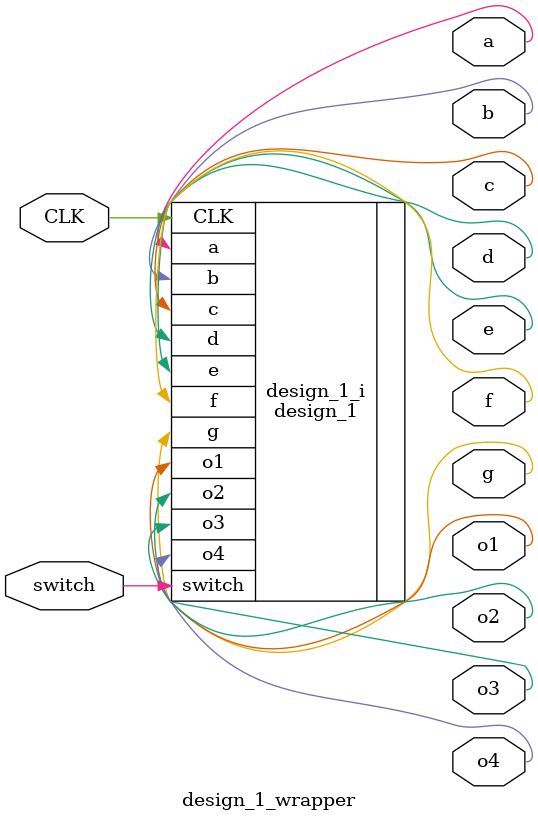
<source format=v>
`timescale 1 ps / 1 ps

module design_1_wrapper
   (CLK,
    a,
    b,
    c,
    d,
    e,
    f,
    g,
    o1,
    o2,
    o3,
    o4,
    switch);
  input CLK;
  output a;
  output b;
  output c;
  output d;
  output e;
  output f;
  output g;
  output o1;
  output o2;
  output o3;
  output o4;
  input switch;

  wire CLK;
  wire a;
  wire b;
  wire c;
  wire d;
  wire e;
  wire f;
  wire g;
  wire o1;
  wire o2;
  wire o3;
  wire o4;
  wire switch;

  design_1 design_1_i
       (.CLK(CLK),
        .a(a),
        .b(b),
        .c(c),
        .d(d),
        .e(e),
        .f(f),
        .g(g),
        .o1(o1),
        .o2(o2),
        .o3(o3),
        .o4(o4),
        .switch(switch));
endmodule

</source>
